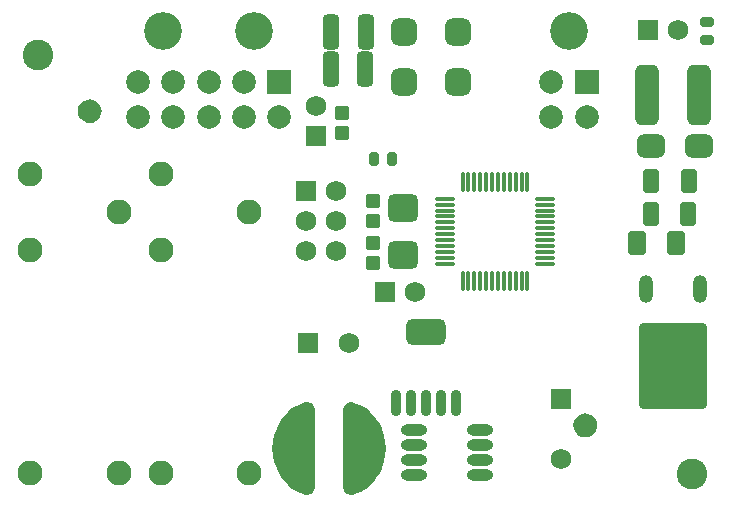
<source format=gts>
G04 Layer_Color=8388736*
%FSLAX24Y24*%
%MOIN*%
G70*
G01*
G75*
G04:AMPARAMS|DCode=70|XSize=90.7mil|YSize=86.7mil|CornerRadius=23.7mil|HoleSize=0mil|Usage=FLASHONLY|Rotation=270.000|XOffset=0mil|YOffset=0mil|HoleType=Round|Shape=RoundedRectangle|*
%AMROUNDEDRECTD70*
21,1,0.0907,0.0394,0,0,270.0*
21,1,0.0433,0.0867,0,0,270.0*
1,1,0.0474,-0.0197,-0.0217*
1,1,0.0474,-0.0197,0.0217*
1,1,0.0474,0.0197,0.0217*
1,1,0.0474,0.0197,-0.0217*
%
%ADD70ROUNDEDRECTD70*%
G04:AMPARAMS|DCode=71|XSize=49mil|YSize=44mil|CornerRadius=5.8mil|HoleSize=0mil|Usage=FLASHONLY|Rotation=270.000|XOffset=0mil|YOffset=0mil|HoleType=Round|Shape=RoundedRectangle|*
%AMROUNDEDRECTD71*
21,1,0.0490,0.0324,0,0,270.0*
21,1,0.0374,0.0440,0,0,270.0*
1,1,0.0116,-0.0162,-0.0187*
1,1,0.0116,-0.0162,0.0187*
1,1,0.0116,0.0162,0.0187*
1,1,0.0116,0.0162,-0.0187*
%
%ADD71ROUNDEDRECTD71*%
%ADD72O,0.0880X0.0375*%
%ADD73O,0.0336X0.0887*%
G04:AMPARAMS|DCode=74|XSize=134mil|YSize=88.7mil|CornerRadius=24.2mil|HoleSize=0mil|Usage=FLASHONLY|Rotation=180.000|XOffset=0mil|YOffset=0mil|HoleType=Round|Shape=RoundedRectangle|*
%AMROUNDEDRECTD74*
21,1,0.1340,0.0404,0,0,180.0*
21,1,0.0856,0.0887,0,0,180.0*
1,1,0.0484,-0.0428,0.0202*
1,1,0.0484,0.0428,0.0202*
1,1,0.0484,0.0428,-0.0202*
1,1,0.0484,-0.0428,-0.0202*
%
%ADD74ROUNDEDRECTD74*%
%ADD75O,0.0157X0.0669*%
%ADD76O,0.0669X0.0157*%
G04:AMPARAMS|DCode=77|XSize=118.2mil|YSize=55.2mil|CornerRadius=15.8mil|HoleSize=0mil|Usage=FLASHONLY|Rotation=90.000|XOffset=0mil|YOffset=0mil|HoleType=Round|Shape=RoundedRectangle|*
%AMROUNDEDRECTD77*
21,1,0.1182,0.0236,0,0,90.0*
21,1,0.0866,0.0552,0,0,90.0*
1,1,0.0316,0.0118,0.0433*
1,1,0.0316,0.0118,-0.0433*
1,1,0.0316,-0.0118,-0.0433*
1,1,0.0316,-0.0118,0.0433*
%
%ADD77ROUNDEDRECTD77*%
G04:AMPARAMS|DCode=78|XSize=202.9mil|YSize=78.9mil|CornerRadius=21.7mil|HoleSize=0mil|Usage=FLASHONLY|Rotation=90.000|XOffset=0mil|YOffset=0mil|HoleType=Round|Shape=RoundedRectangle|*
%AMROUNDEDRECTD78*
21,1,0.2029,0.0354,0,0,90.0*
21,1,0.1594,0.0789,0,0,90.0*
1,1,0.0434,0.0177,0.0797*
1,1,0.0434,0.0177,-0.0797*
1,1,0.0434,-0.0177,-0.0797*
1,1,0.0434,-0.0177,0.0797*
%
%ADD78ROUNDEDRECTD78*%
G04:AMPARAMS|DCode=79|XSize=98.6mil|YSize=90.7mil|CornerRadius=16.4mil|HoleSize=0mil|Usage=FLASHONLY|Rotation=0.000|XOffset=0mil|YOffset=0mil|HoleType=Round|Shape=RoundedRectangle|*
%AMROUNDEDRECTD79*
21,1,0.0986,0.0579,0,0,0.0*
21,1,0.0657,0.0907,0,0,0.0*
1,1,0.0328,0.0329,-0.0289*
1,1,0.0328,-0.0329,-0.0289*
1,1,0.0328,-0.0329,0.0289*
1,1,0.0328,0.0329,0.0289*
%
%ADD79ROUNDEDRECTD79*%
G04:AMPARAMS|DCode=80|XSize=36mil|YSize=43.8mil|CornerRadius=6.8mil|HoleSize=0mil|Usage=FLASHONLY|Rotation=90.000|XOffset=0mil|YOffset=0mil|HoleType=Round|Shape=RoundedRectangle|*
%AMROUNDEDRECTD80*
21,1,0.0360,0.0302,0,0,90.0*
21,1,0.0224,0.0438,0,0,90.0*
1,1,0.0136,0.0151,0.0112*
1,1,0.0136,0.0151,-0.0112*
1,1,0.0136,-0.0151,-0.0112*
1,1,0.0136,-0.0151,0.0112*
%
%ADD80ROUNDEDRECTD80*%
G04:AMPARAMS|DCode=81|XSize=36mil|YSize=43.8mil|CornerRadius=6.8mil|HoleSize=0mil|Usage=FLASHONLY|Rotation=0.000|XOffset=0mil|YOffset=0mil|HoleType=Round|Shape=RoundedRectangle|*
%AMROUNDEDRECTD81*
21,1,0.0360,0.0302,0,0,0.0*
21,1,0.0224,0.0438,0,0,0.0*
1,1,0.0136,0.0112,-0.0151*
1,1,0.0136,-0.0112,-0.0151*
1,1,0.0136,-0.0112,0.0151*
1,1,0.0136,0.0112,0.0151*
%
%ADD81ROUNDEDRECTD81*%
G04:AMPARAMS|DCode=82|XSize=55.2mil|YSize=82.8mil|CornerRadius=15.8mil|HoleSize=0mil|Usage=FLASHONLY|Rotation=180.000|XOffset=0mil|YOffset=0mil|HoleType=Round|Shape=RoundedRectangle|*
%AMROUNDEDRECTD82*
21,1,0.0552,0.0512,0,0,180.0*
21,1,0.0236,0.0828,0,0,180.0*
1,1,0.0316,-0.0118,0.0256*
1,1,0.0316,0.0118,0.0256*
1,1,0.0316,0.0118,-0.0256*
1,1,0.0316,-0.0118,-0.0256*
%
%ADD82ROUNDEDRECTD82*%
G04:AMPARAMS|DCode=83|XSize=94.6mil|YSize=76.9mil|CornerRadius=21.2mil|HoleSize=0mil|Usage=FLASHONLY|Rotation=180.000|XOffset=0mil|YOffset=0mil|HoleType=Round|Shape=RoundedRectangle|*
%AMROUNDEDRECTD83*
21,1,0.0946,0.0344,0,0,180.0*
21,1,0.0522,0.0769,0,0,180.0*
1,1,0.0424,-0.0261,0.0172*
1,1,0.0424,0.0261,0.0172*
1,1,0.0424,0.0261,-0.0172*
1,1,0.0424,-0.0261,-0.0172*
%
%ADD83ROUNDEDRECTD83*%
G04:AMPARAMS|DCode=84|XSize=59.2mil|YSize=80mil|CornerRadius=6.6mil|HoleSize=0mil|Usage=FLASHONLY|Rotation=0.000|XOffset=0mil|YOffset=0mil|HoleType=Round|Shape=RoundedRectangle|*
%AMROUNDEDRECTD84*
21,1,0.0592,0.0669,0,0,0.0*
21,1,0.0461,0.0800,0,0,0.0*
1,1,0.0131,0.0230,-0.0335*
1,1,0.0131,-0.0230,-0.0335*
1,1,0.0131,-0.0230,0.0335*
1,1,0.0131,0.0230,0.0335*
%
%ADD84ROUNDEDRECTD84*%
%ADD85O,0.0474X0.0926*%
G04:AMPARAMS|DCode=86|XSize=287.5mil|YSize=226.5mil|CornerRadius=14.9mil|HoleSize=0mil|Usage=FLASHONLY|Rotation=270.000|XOffset=0mil|YOffset=0mil|HoleType=Round|Shape=RoundedRectangle|*
%AMROUNDEDRECTD86*
21,1,0.2875,0.1967,0,0,270.0*
21,1,0.2577,0.2265,0,0,270.0*
1,1,0.0299,-0.0983,-0.1288*
1,1,0.0299,-0.0983,0.1288*
1,1,0.0299,0.0983,0.1288*
1,1,0.0299,0.0983,-0.1288*
%
%ADD86ROUNDEDRECTD86*%
%ADD87C,0.1025*%
%ADD88R,0.0680X0.0680*%
%ADD89C,0.0680*%
%ADD90R,0.0680X0.0680*%
%ADD91C,0.1261*%
%ADD92C,0.0789*%
%ADD93R,0.0789X0.0789*%
%ADD94C,0.0828*%
G36*
X33608Y28483D02*
X33617Y28484D01*
X33688Y28465D01*
X33694Y28460D01*
X33702Y28458D01*
X33761Y28415D01*
X33766Y28408D01*
X33772Y28403D01*
X33812Y28341D01*
X33813Y28333D01*
X33817Y28326D01*
X33831Y28254D01*
X33830Y28250D01*
X33832Y28246D01*
Y25640D01*
X33830Y25636D01*
X33831Y25632D01*
X33817Y25558D01*
X33813Y25551D01*
X33811Y25543D01*
X33771Y25479D01*
X33764Y25474D01*
X33760Y25467D01*
X33699Y25422D01*
X33691Y25420D01*
X33684Y25415D01*
X33611Y25396D01*
X33603Y25397D01*
X33595Y25395D01*
X33520Y25404D01*
X33516Y25406D01*
X33512Y25405D01*
X33383Y25446D01*
X33381Y25447D01*
X33379Y25447D01*
X33229Y25507D01*
X33226Y25510D01*
X33222Y25510D01*
X33083Y25594D01*
X33081Y25596D01*
X33077Y25597D01*
X32952Y25701D01*
X32952Y25703D01*
X32950Y25704D01*
X32945Y25708D01*
X32945Y25710D01*
X32943Y25710D01*
X32794Y25876D01*
X32793Y25879D01*
X32791Y25880D01*
X32665Y26064D01*
X32664Y26067D01*
X32662Y26069D01*
X32562Y26268D01*
X32562Y26271D01*
X32560Y26274D01*
X32487Y26484D01*
X32487Y26487D01*
X32485Y26490D01*
X32441Y26708D01*
X32442Y26711D01*
X32440Y26714D01*
X32425Y26936D01*
X32426Y26939D01*
X32425Y26942D01*
X32440Y27164D01*
X32442Y27167D01*
X32441Y27170D01*
X32485Y27388D01*
X32487Y27391D01*
X32487Y27394D01*
X32560Y27604D01*
X32562Y27607D01*
X32562Y27610D01*
X32662Y27809D01*
X32664Y27811D01*
X32665Y27814D01*
X32791Y27998D01*
X32793Y27999D01*
X32794Y28002D01*
X32943Y28168D01*
X32945Y28168D01*
X32945Y28170D01*
X32948Y28172D01*
X32949Y28173D01*
X32950Y28174D01*
X33077Y28280D01*
X33080Y28281D01*
X33082Y28283D01*
X33224Y28368D01*
X33227Y28368D01*
X33230Y28371D01*
X33382Y28432D01*
X33384Y28432D01*
X33386Y28433D01*
X33520Y28475D01*
X33524Y28475D01*
X33528Y28477D01*
X33601Y28485D01*
X33608Y28483D01*
D02*
G37*
G36*
X42957Y28100D02*
X43053Y28060D01*
X43135Y27997D01*
X43198Y27915D01*
X43238Y27819D01*
X43251Y27717D01*
X43238Y27614D01*
X43198Y27518D01*
X43135Y27436D01*
X43053Y27373D01*
X42957Y27333D01*
X42854Y27319D01*
X42752Y27333D01*
X42656Y27373D01*
X42574Y27436D01*
X42510Y27518D01*
X42471Y27614D01*
X42457Y27717D01*
X42471Y27819D01*
X42510Y27915D01*
X42574Y27997D01*
X42656Y28060D01*
X42752Y28100D01*
X42854Y28114D01*
X42957Y28100D01*
D02*
G37*
G36*
X26432Y38573D02*
X26527Y38533D01*
X26610Y38470D01*
X26673Y38388D01*
X26712Y38292D01*
X26726Y38189D01*
X26712Y38086D01*
X26673Y37990D01*
X26610Y37908D01*
X26527Y37845D01*
X26432Y37805D01*
X26329Y37792D01*
X26226Y37805D01*
X26130Y37845D01*
X26048Y37908D01*
X25985Y37990D01*
X25945Y38086D01*
X25932Y38189D01*
X25945Y38292D01*
X25985Y38388D01*
X26048Y38470D01*
X26130Y38533D01*
X26226Y38573D01*
X26329Y38586D01*
X26432Y38573D01*
D02*
G37*
G36*
X35102Y28474D02*
X35106Y28472D01*
X35110Y28473D01*
X35239Y28432D01*
X35241Y28431D01*
X35243Y28431D01*
X35394Y28371D01*
X35396Y28368D01*
X35400Y28368D01*
X35539Y28284D01*
X35541Y28282D01*
X35545Y28280D01*
X35670Y28177D01*
X35671Y28175D01*
X35672Y28174D01*
X35677Y28170D01*
X35677Y28168D01*
X35679Y28168D01*
X35828Y28002D01*
X35829Y27999D01*
X35831Y27998D01*
X35957Y27814D01*
X35958Y27811D01*
X35960Y27809D01*
X36060Y27610D01*
X36060Y27607D01*
X36062Y27604D01*
X36135Y27394D01*
X36135Y27391D01*
X36137Y27388D01*
X36181Y27170D01*
X36180Y27167D01*
X36182Y27164D01*
X36197Y26942D01*
X36196Y26939D01*
X36197Y26936D01*
X36182Y26714D01*
X36180Y26711D01*
X36181Y26708D01*
X36137Y26490D01*
X36135Y26487D01*
X36135Y26484D01*
X36062Y26274D01*
X36060Y26271D01*
X36060Y26268D01*
X35960Y26069D01*
X35958Y26067D01*
X35957Y26064D01*
X35831Y25880D01*
X35829Y25879D01*
X35828Y25876D01*
X35679Y25710D01*
X35677Y25710D01*
X35677Y25708D01*
X35674Y25706D01*
X35673Y25705D01*
X35672Y25704D01*
X35545Y25598D01*
X35542Y25597D01*
X35540Y25594D01*
X35398Y25510D01*
X35395Y25510D01*
X35392Y25507D01*
X35240Y25446D01*
X35238Y25446D01*
X35236Y25445D01*
X35102Y25403D01*
X35098Y25403D01*
X35094Y25401D01*
X35021Y25393D01*
X35014Y25395D01*
X35005Y25394D01*
X34934Y25413D01*
X34928Y25418D01*
X34920Y25420D01*
X34861Y25463D01*
X34856Y25470D01*
X34850Y25475D01*
X34811Y25537D01*
X34809Y25545D01*
X34805Y25552D01*
X34791Y25624D01*
X34792Y25628D01*
X34790Y25632D01*
Y28238D01*
X34792Y28242D01*
X34791Y28246D01*
X34805Y28320D01*
X34810Y28327D01*
X34811Y28335D01*
X34851Y28399D01*
X34858Y28404D01*
X34862Y28411D01*
X34923Y28456D01*
X34931Y28458D01*
X34938Y28463D01*
X35011Y28482D01*
X35019Y28481D01*
X35027Y28483D01*
X35102Y28474D01*
D02*
G37*
D70*
X38612Y39163D02*
D03*
X36801D02*
D03*
X38612Y40837D02*
D03*
X36801D02*
D03*
D71*
X35768Y33120D02*
D03*
Y33790D02*
D03*
Y35197D02*
D03*
Y34527D02*
D03*
X34754Y38140D02*
D03*
Y37470D02*
D03*
D72*
X37156Y27549D02*
D03*
Y27049D02*
D03*
X39356D02*
D03*
Y27549D02*
D03*
X37156Y26049D02*
D03*
X39356D02*
D03*
X37156Y26549D02*
D03*
X39356D02*
D03*
D73*
X38049Y28455D02*
D03*
X38549D02*
D03*
X36549D02*
D03*
X37049D02*
D03*
X37549D02*
D03*
D74*
Y30817D02*
D03*
D75*
X38760Y32530D02*
D03*
X38957D02*
D03*
X39154D02*
D03*
X39350D02*
D03*
X39547D02*
D03*
X39744D02*
D03*
X39941D02*
D03*
X40138D02*
D03*
X40335D02*
D03*
X40532D02*
D03*
Y35837D02*
D03*
X40335D02*
D03*
X40138D02*
D03*
X39941D02*
D03*
X39744D02*
D03*
X39547D02*
D03*
X39350D02*
D03*
X39154D02*
D03*
X38957D02*
D03*
X38760D02*
D03*
X40728Y32530D02*
D03*
X40925D02*
D03*
Y35837D02*
D03*
X40728D02*
D03*
D76*
X41496Y33100D02*
D03*
Y33297D02*
D03*
Y33494D02*
D03*
Y33691D02*
D03*
Y33888D02*
D03*
Y34478D02*
D03*
Y34675D02*
D03*
Y34872D02*
D03*
Y35069D02*
D03*
Y35266D02*
D03*
Y34085D02*
D03*
Y34281D02*
D03*
X38189Y33888D02*
D03*
Y33691D02*
D03*
Y33494D02*
D03*
Y33297D02*
D03*
Y33100D02*
D03*
Y35266D02*
D03*
Y35069D02*
D03*
Y34872D02*
D03*
Y34675D02*
D03*
Y34478D02*
D03*
Y34281D02*
D03*
Y34085D02*
D03*
D77*
X35522Y39577D02*
D03*
X34380D02*
D03*
X35531Y40837D02*
D03*
X34390D02*
D03*
D78*
X44921Y38711D02*
D03*
X46654D02*
D03*
D79*
X36781Y34970D02*
D03*
Y33396D02*
D03*
D80*
X46900Y41171D02*
D03*
Y40561D02*
D03*
D81*
X36407Y36604D02*
D03*
X35797D02*
D03*
D82*
X45039Y35846D02*
D03*
X46299D02*
D03*
X46290Y34764D02*
D03*
X45030D02*
D03*
D83*
X45039Y37018D02*
D03*
X46654D02*
D03*
D84*
X44567Y33799D02*
D03*
X45867D02*
D03*
D85*
X44880Y32244D02*
D03*
X46675D02*
D03*
D86*
X45778Y29685D02*
D03*
D87*
X24600Y40050D02*
D03*
X46401Y26103D02*
D03*
D88*
X36161Y32146D02*
D03*
X33602Y30463D02*
D03*
X44951Y40896D02*
D03*
D89*
X37161Y32146D02*
D03*
X33868Y38352D02*
D03*
X42028Y26602D02*
D03*
X34980Y30463D02*
D03*
X45951Y40896D02*
D03*
X34553Y33531D02*
D03*
X33553D02*
D03*
X34553Y34532D02*
D03*
Y35531D02*
D03*
X33553Y34532D02*
D03*
D90*
X33868Y37352D02*
D03*
X42028Y28602D02*
D03*
X33553Y35531D02*
D03*
D91*
X28780Y40856D02*
D03*
X31811D02*
D03*
X42313D02*
D03*
D92*
X30295Y37974D02*
D03*
Y39156D02*
D03*
X29114Y37974D02*
D03*
Y39156D02*
D03*
X31476Y37974D02*
D03*
X32657D02*
D03*
X31476Y39156D02*
D03*
X27933D02*
D03*
Y37974D02*
D03*
X42904D02*
D03*
X41722D02*
D03*
Y39156D02*
D03*
D93*
X32657D02*
D03*
X42904D02*
D03*
D94*
X31654Y26132D02*
D03*
X28701D02*
D03*
Y33573D02*
D03*
X31654Y34833D02*
D03*
X28701Y36093D02*
D03*
X27303Y26132D02*
D03*
X24350D02*
D03*
Y33573D02*
D03*
X27303Y34833D02*
D03*
X24350Y36093D02*
D03*
M02*

</source>
